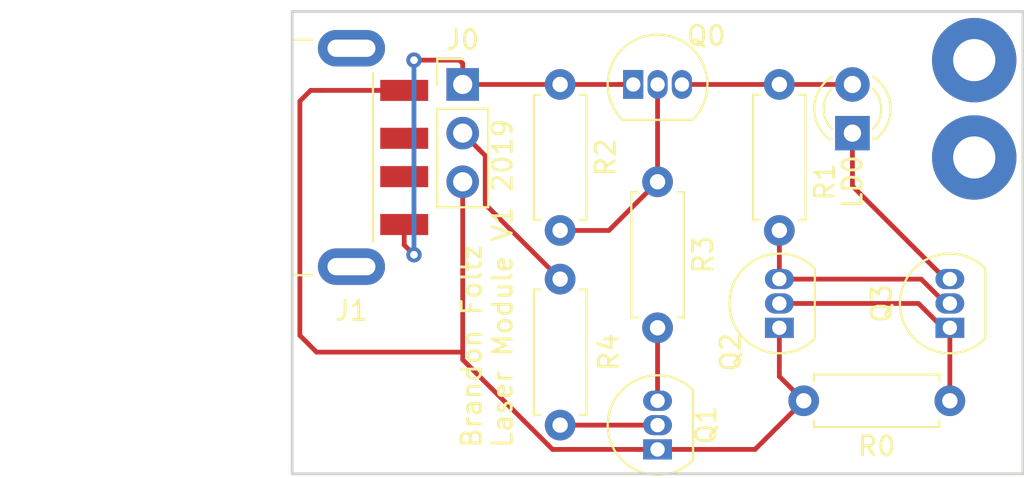
<source format=kicad_pcb>
(kicad_pcb (version 20171130) (host pcbnew 5.0.2-bee76a0~70~ubuntu16.04.1)

  (general
    (thickness 1.6)
    (drawings 5)
    (tracks 51)
    (zones 0)
    (modules 14)
    (nets 14)
  )

  (page A4)
  (layers
    (0 F.Cu signal)
    (31 B.Cu signal)
    (32 B.Adhes user)
    (33 F.Adhes user)
    (34 B.Paste user)
    (35 F.Paste user)
    (36 B.SilkS user)
    (37 F.SilkS user)
    (38 B.Mask user)
    (39 F.Mask user)
    (40 Dwgs.User user)
    (41 Cmts.User user)
    (42 Eco1.User user)
    (43 Eco2.User user)
    (44 Edge.Cuts user)
    (45 Margin user)
    (46 B.CrtYd user)
    (47 F.CrtYd user hide)
    (48 B.Fab user)
    (49 F.Fab user hide)
  )

  (setup
    (last_trace_width 0.25)
    (trace_clearance 0.2)
    (zone_clearance 0.508)
    (zone_45_only no)
    (trace_min 0.2)
    (segment_width 0.2)
    (edge_width 0.15)
    (via_size 0.8)
    (via_drill 0.4)
    (via_min_size 0.4)
    (via_min_drill 0.3)
    (uvia_size 0.3)
    (uvia_drill 0.1)
    (uvias_allowed no)
    (uvia_min_size 0.2)
    (uvia_min_drill 0.1)
    (pcb_text_width 0.3)
    (pcb_text_size 1.5 1.5)
    (mod_edge_width 0.15)
    (mod_text_size 1 1)
    (mod_text_width 0.15)
    (pad_size 4.4 4.4)
    (pad_drill 2.2)
    (pad_to_mask_clearance 0.051)
    (solder_mask_min_width 0.25)
    (aux_axis_origin 0 0)
    (visible_elements FFFFFF7F)
    (pcbplotparams
      (layerselection 0x010fc_ffffffff)
      (usegerberextensions false)
      (usegerberattributes false)
      (usegerberadvancedattributes false)
      (creategerberjobfile false)
      (excludeedgelayer true)
      (linewidth 0.100000)
      (plotframeref false)
      (viasonmask false)
      (mode 1)
      (useauxorigin false)
      (hpglpennumber 1)
      (hpglpenspeed 20)
      (hpglpendiameter 15.000000)
      (psnegative false)
      (psa4output false)
      (plotreference true)
      (plotvalue false)
      (plotinvisibletext false)
      (padsonsilk false)
      (subtractmaskfromsilk false)
      (outputformat 1)
      (mirror false)
      (drillshape 0)
      (scaleselection 1)
      (outputdirectory "../laser_module_gerber/"))
  )

  (net 0 "")
  (net 1 "Net-(J0-Pad1)")
  (net 2 "Net-(J0-Pad2)")
  (net 3 "Net-(J0-Pad3)")
  (net 4 "Net-(LD0-Pad1)")
  (net 5 "Net-(LD0-Pad2)")
  (net 6 "Net-(Q0-Pad2)")
  (net 7 "Net-(Q1-Pad2)")
  (net 8 "Net-(Q1-Pad3)")
  (net 9 "Net-(Q2-Pad3)")
  (net 10 "Net-(Q2-Pad2)")
  (net 11 "Net-(J1-Pad2)")
  (net 12 "Net-(J1-Pad3)")
  (net 13 "Net-(J1-Pad5)")

  (net_class Default "This is the default net class."
    (clearance 0.2)
    (trace_width 0.25)
    (via_dia 0.8)
    (via_drill 0.4)
    (uvia_dia 0.3)
    (uvia_drill 0.1)
    (add_net "Net-(J0-Pad1)")
    (add_net "Net-(J0-Pad2)")
    (add_net "Net-(J0-Pad3)")
    (add_net "Net-(J1-Pad2)")
    (add_net "Net-(J1-Pad3)")
    (add_net "Net-(J1-Pad5)")
    (add_net "Net-(LD0-Pad1)")
    (add_net "Net-(LD0-Pad2)")
    (add_net "Net-(Q0-Pad2)")
    (add_net "Net-(Q1-Pad2)")
    (add_net "Net-(Q1-Pad3)")
    (add_net "Net-(Q2-Pad2)")
    (add_net "Net-(Q2-Pad3)")
  )

  (module Connector_PinHeader_2.54mm:PinHeader_1x03_P2.54mm_Vertical (layer F.Cu) (tedit 59FED5CC) (tstamp 5C78724C)
    (at 132.08 66.04)
    (descr "Through hole straight pin header, 1x03, 2.54mm pitch, single row")
    (tags "Through hole pin header THT 1x03 2.54mm single row")
    (path /5C60CD37)
    (fp_text reference J0 (at 0 -2.33) (layer F.SilkS)
      (effects (font (size 1 1) (thickness 0.15)))
    )
    (fp_text value Conn_01x03_Male (at 0 7.41) (layer F.Fab)
      (effects (font (size 1 1) (thickness 0.15)))
    )
    (fp_line (start -0.635 -1.27) (end 1.27 -1.27) (layer F.Fab) (width 0.1))
    (fp_line (start 1.27 -1.27) (end 1.27 6.35) (layer F.Fab) (width 0.1))
    (fp_line (start 1.27 6.35) (end -1.27 6.35) (layer F.Fab) (width 0.1))
    (fp_line (start -1.27 6.35) (end -1.27 -0.635) (layer F.Fab) (width 0.1))
    (fp_line (start -1.27 -0.635) (end -0.635 -1.27) (layer F.Fab) (width 0.1))
    (fp_line (start -1.33 6.41) (end 1.33 6.41) (layer F.SilkS) (width 0.12))
    (fp_line (start -1.33 1.27) (end -1.33 6.41) (layer F.SilkS) (width 0.12))
    (fp_line (start 1.33 1.27) (end 1.33 6.41) (layer F.SilkS) (width 0.12))
    (fp_line (start -1.33 1.27) (end 1.33 1.27) (layer F.SilkS) (width 0.12))
    (fp_line (start -1.33 0) (end -1.33 -1.33) (layer F.SilkS) (width 0.12))
    (fp_line (start -1.33 -1.33) (end 0 -1.33) (layer F.SilkS) (width 0.12))
    (fp_line (start -1.8 -1.8) (end -1.8 6.85) (layer F.CrtYd) (width 0.05))
    (fp_line (start -1.8 6.85) (end 1.8 6.85) (layer F.CrtYd) (width 0.05))
    (fp_line (start 1.8 6.85) (end 1.8 -1.8) (layer F.CrtYd) (width 0.05))
    (fp_line (start 1.8 -1.8) (end -1.8 -1.8) (layer F.CrtYd) (width 0.05))
    (fp_text user %R (at 0 2.54 90) (layer F.Fab)
      (effects (font (size 1 1) (thickness 0.15)))
    )
    (pad 1 thru_hole rect (at 0 0) (size 1.7 1.7) (drill 1) (layers *.Cu *.Mask)
      (net 1 "Net-(J0-Pad1)"))
    (pad 2 thru_hole oval (at 0 2.54) (size 1.7 1.7) (drill 1) (layers *.Cu *.Mask)
      (net 2 "Net-(J0-Pad2)"))
    (pad 3 thru_hole oval (at 0 5.08) (size 1.7 1.7) (drill 1) (layers *.Cu *.Mask)
      (net 3 "Net-(J0-Pad3)"))
    (model ${KISYS3DMOD}/Connector_PinHeader_2.54mm.3dshapes/PinHeader_1x03_P2.54mm_Vertical.wrl
      (at (xyz 0 0 0))
      (scale (xyz 1 1 1))
      (rotate (xyz 0 0 0))
    )
  )

  (module LED_THT:LED_D3.0mm (layer F.Cu) (tedit 587A3A7B) (tstamp 5C78725F)
    (at 152.4 68.58 90)
    (descr "LED, diameter 3.0mm, 2 pins")
    (tags "LED diameter 3.0mm 2 pins")
    (path /5C60B05B)
    (fp_text reference LD0 (at -2.54 0 90) (layer F.SilkS)
      (effects (font (size 1 1) (thickness 0.15)))
    )
    (fp_text value Laserdiode_1C2A (at 1.27 2.96 90) (layer F.Fab)
      (effects (font (size 1 1) (thickness 0.15)))
    )
    (fp_arc (start 1.27 0) (end -0.23 -1.16619) (angle 284.3) (layer F.Fab) (width 0.1))
    (fp_arc (start 1.27 0) (end -0.29 -1.235516) (angle 108.8) (layer F.SilkS) (width 0.12))
    (fp_arc (start 1.27 0) (end -0.29 1.235516) (angle -108.8) (layer F.SilkS) (width 0.12))
    (fp_arc (start 1.27 0) (end 0.229039 -1.08) (angle 87.9) (layer F.SilkS) (width 0.12))
    (fp_arc (start 1.27 0) (end 0.229039 1.08) (angle -87.9) (layer F.SilkS) (width 0.12))
    (fp_circle (center 1.27 0) (end 2.77 0) (layer F.Fab) (width 0.1))
    (fp_line (start -0.23 -1.16619) (end -0.23 1.16619) (layer F.Fab) (width 0.1))
    (fp_line (start -0.29 -1.236) (end -0.29 -1.08) (layer F.SilkS) (width 0.12))
    (fp_line (start -0.29 1.08) (end -0.29 1.236) (layer F.SilkS) (width 0.12))
    (fp_line (start -1.15 -2.25) (end -1.15 2.25) (layer F.CrtYd) (width 0.05))
    (fp_line (start -1.15 2.25) (end 3.7 2.25) (layer F.CrtYd) (width 0.05))
    (fp_line (start 3.7 2.25) (end 3.7 -2.25) (layer F.CrtYd) (width 0.05))
    (fp_line (start 3.7 -2.25) (end -1.15 -2.25) (layer F.CrtYd) (width 0.05))
    (pad 1 thru_hole rect (at 0 0 90) (size 1.8 1.8) (drill 0.9) (layers *.Cu *.Mask)
      (net 4 "Net-(LD0-Pad1)"))
    (pad 2 thru_hole circle (at 2.54 0 90) (size 1.8 1.8) (drill 0.9) (layers *.Cu *.Mask)
      (net 5 "Net-(LD0-Pad2)"))
    (model ${KISYS3DMOD}/LED_THT.3dshapes/LED_D3.0mm.wrl
      (at (xyz 0 0 0))
      (scale (xyz 1 1 1))
      (rotate (xyz 0 0 0))
    )
  )

  (module Package_TO_SOT_THT:TO-92_Inline (layer F.Cu) (tedit 5A1DD157) (tstamp 5C787271)
    (at 140.97 66.04)
    (descr "TO-92 leads in-line, narrow, oval pads, drill 0.75mm (see NXP sot054_po.pdf)")
    (tags "to-92 sc-43 sc-43a sot54 PA33 transistor")
    (path /5C60A63E)
    (fp_text reference Q0 (at 3.81 -2.54) (layer F.SilkS)
      (effects (font (size 1 1) (thickness 0.15)))
    )
    (fp_text value 2N3905 (at 1.27 2.79) (layer F.Fab)
      (effects (font (size 1 1) (thickness 0.15)))
    )
    (fp_arc (start 1.27 0) (end 1.27 -2.6) (angle 135) (layer F.SilkS) (width 0.12))
    (fp_arc (start 1.27 0) (end 1.27 -2.48) (angle -135) (layer F.Fab) (width 0.1))
    (fp_arc (start 1.27 0) (end 1.27 -2.6) (angle -135) (layer F.SilkS) (width 0.12))
    (fp_arc (start 1.27 0) (end 1.27 -2.48) (angle 135) (layer F.Fab) (width 0.1))
    (fp_line (start 4 2.01) (end -1.46 2.01) (layer F.CrtYd) (width 0.05))
    (fp_line (start 4 2.01) (end 4 -2.73) (layer F.CrtYd) (width 0.05))
    (fp_line (start -1.46 -2.73) (end -1.46 2.01) (layer F.CrtYd) (width 0.05))
    (fp_line (start -1.46 -2.73) (end 4 -2.73) (layer F.CrtYd) (width 0.05))
    (fp_line (start -0.5 1.75) (end 3 1.75) (layer F.Fab) (width 0.1))
    (fp_line (start -0.53 1.85) (end 3.07 1.85) (layer F.SilkS) (width 0.12))
    (fp_text user %R (at 1.27 -3.56) (layer F.Fab)
      (effects (font (size 1 1) (thickness 0.15)))
    )
    (pad 1 thru_hole rect (at 0 0) (size 1.05 1.5) (drill 0.75) (layers *.Cu *.Mask)
      (net 1 "Net-(J0-Pad1)"))
    (pad 3 thru_hole oval (at 2.54 0) (size 1.05 1.5) (drill 0.75) (layers *.Cu *.Mask)
      (net 5 "Net-(LD0-Pad2)"))
    (pad 2 thru_hole oval (at 1.27 0) (size 1.05 1.5) (drill 0.75) (layers *.Cu *.Mask)
      (net 6 "Net-(Q0-Pad2)"))
    (model ${KISYS3DMOD}/Package_TO_SOT_THT.3dshapes/TO-92_Inline.wrl
      (at (xyz 0 0 0))
      (scale (xyz 1 1 1))
      (rotate (xyz 0 0 0))
    )
  )

  (module Package_TO_SOT_THT:TO-92_Inline (layer F.Cu) (tedit 5A1DD157) (tstamp 5C78769D)
    (at 142.24 85.09 90)
    (descr "TO-92 leads in-line, narrow, oval pads, drill 0.75mm (see NXP sot054_po.pdf)")
    (tags "to-92 sc-43 sc-43a sot54 PA33 transistor")
    (path /5C60A5CD)
    (fp_text reference Q1 (at 1.27 2.54 90) (layer F.SilkS)
      (effects (font (size 1 1) (thickness 0.15)))
    )
    (fp_text value 2N3904 (at 1.27 2.79 90) (layer F.Fab)
      (effects (font (size 1 1) (thickness 0.15)))
    )
    (fp_text user %R (at 1.27 -3.56 90) (layer F.Fab)
      (effects (font (size 1 1) (thickness 0.15)))
    )
    (fp_line (start -0.53 1.85) (end 3.07 1.85) (layer F.SilkS) (width 0.12))
    (fp_line (start -0.5 1.75) (end 3 1.75) (layer F.Fab) (width 0.1))
    (fp_line (start -1.46 -2.73) (end 4 -2.73) (layer F.CrtYd) (width 0.05))
    (fp_line (start -1.46 -2.73) (end -1.46 2.01) (layer F.CrtYd) (width 0.05))
    (fp_line (start 4 2.01) (end 4 -2.73) (layer F.CrtYd) (width 0.05))
    (fp_line (start 4 2.01) (end -1.46 2.01) (layer F.CrtYd) (width 0.05))
    (fp_arc (start 1.27 0) (end 1.27 -2.48) (angle 135) (layer F.Fab) (width 0.1))
    (fp_arc (start 1.27 0) (end 1.27 -2.6) (angle -135) (layer F.SilkS) (width 0.12))
    (fp_arc (start 1.27 0) (end 1.27 -2.48) (angle -135) (layer F.Fab) (width 0.1))
    (fp_arc (start 1.27 0) (end 1.27 -2.6) (angle 135) (layer F.SilkS) (width 0.12))
    (pad 2 thru_hole oval (at 1.27 0 90) (size 1.05 1.5) (drill 0.75) (layers *.Cu *.Mask)
      (net 7 "Net-(Q1-Pad2)"))
    (pad 3 thru_hole oval (at 2.54 0 90) (size 1.05 1.5) (drill 0.75) (layers *.Cu *.Mask)
      (net 8 "Net-(Q1-Pad3)"))
    (pad 1 thru_hole rect (at 0 0 90) (size 1.05 1.5) (drill 0.75) (layers *.Cu *.Mask)
      (net 3 "Net-(J0-Pad3)"))
    (model ${KISYS3DMOD}/Package_TO_SOT_THT.3dshapes/TO-92_Inline.wrl
      (at (xyz 0 0 0))
      (scale (xyz 1 1 1))
      (rotate (xyz 0 0 0))
    )
  )

  (module Package_TO_SOT_THT:TO-92_Inline (layer F.Cu) (tedit 5A1DD157) (tstamp 5C787295)
    (at 148.59 78.74 90)
    (descr "TO-92 leads in-line, narrow, oval pads, drill 0.75mm (see NXP sot054_po.pdf)")
    (tags "to-92 sc-43 sc-43a sot54 PA33 transistor")
    (path /5C60A040)
    (fp_text reference Q2 (at -1.27 -2.54 90) (layer F.SilkS)
      (effects (font (size 1 1) (thickness 0.15)))
    )
    (fp_text value 2N3904 (at 1.27 2.79 90) (layer F.Fab)
      (effects (font (size 1 1) (thickness 0.15)))
    )
    (fp_arc (start 1.27 0) (end 1.27 -2.6) (angle 135) (layer F.SilkS) (width 0.12))
    (fp_arc (start 1.27 0) (end 1.27 -2.48) (angle -135) (layer F.Fab) (width 0.1))
    (fp_arc (start 1.27 0) (end 1.27 -2.6) (angle -135) (layer F.SilkS) (width 0.12))
    (fp_arc (start 1.27 0) (end 1.27 -2.48) (angle 135) (layer F.Fab) (width 0.1))
    (fp_line (start 4 2.01) (end -1.46 2.01) (layer F.CrtYd) (width 0.05))
    (fp_line (start 4 2.01) (end 4 -2.73) (layer F.CrtYd) (width 0.05))
    (fp_line (start -1.46 -2.73) (end -1.46 2.01) (layer F.CrtYd) (width 0.05))
    (fp_line (start -1.46 -2.73) (end 4 -2.73) (layer F.CrtYd) (width 0.05))
    (fp_line (start -0.5 1.75) (end 3 1.75) (layer F.Fab) (width 0.1))
    (fp_line (start -0.53 1.85) (end 3.07 1.85) (layer F.SilkS) (width 0.12))
    (fp_text user %R (at 1.27 -3.56 90) (layer F.Fab)
      (effects (font (size 1 1) (thickness 0.15)))
    )
    (pad 1 thru_hole rect (at 0 0 90) (size 1.05 1.5) (drill 0.75) (layers *.Cu *.Mask)
      (net 3 "Net-(J0-Pad3)"))
    (pad 3 thru_hole oval (at 2.54 0 90) (size 1.05 1.5) (drill 0.75) (layers *.Cu *.Mask)
      (net 9 "Net-(Q2-Pad3)"))
    (pad 2 thru_hole oval (at 1.27 0 90) (size 1.05 1.5) (drill 0.75) (layers *.Cu *.Mask)
      (net 10 "Net-(Q2-Pad2)"))
    (model ${KISYS3DMOD}/Package_TO_SOT_THT.3dshapes/TO-92_Inline.wrl
      (at (xyz 0 0 0))
      (scale (xyz 1 1 1))
      (rotate (xyz 0 0 0))
    )
  )

  (module Package_TO_SOT_THT:TO-92_Inline (layer F.Cu) (tedit 5A1DD157) (tstamp 5C7872A7)
    (at 157.48 78.74 90)
    (descr "TO-92 leads in-line, narrow, oval pads, drill 0.75mm (see NXP sot054_po.pdf)")
    (tags "to-92 sc-43 sc-43a sot54 PA33 transistor")
    (path /5C609F5F)
    (fp_text reference Q3 (at 1.27 -3.56 90) (layer F.SilkS)
      (effects (font (size 1 1) (thickness 0.15)))
    )
    (fp_text value 2N3904 (at 1.27 2.79 90) (layer F.Fab)
      (effects (font (size 1 1) (thickness 0.15)))
    )
    (fp_text user %R (at 1.27 -3.56 90) (layer F.Fab)
      (effects (font (size 1 1) (thickness 0.15)))
    )
    (fp_line (start -0.53 1.85) (end 3.07 1.85) (layer F.SilkS) (width 0.12))
    (fp_line (start -0.5 1.75) (end 3 1.75) (layer F.Fab) (width 0.1))
    (fp_line (start -1.46 -2.73) (end 4 -2.73) (layer F.CrtYd) (width 0.05))
    (fp_line (start -1.46 -2.73) (end -1.46 2.01) (layer F.CrtYd) (width 0.05))
    (fp_line (start 4 2.01) (end 4 -2.73) (layer F.CrtYd) (width 0.05))
    (fp_line (start 4 2.01) (end -1.46 2.01) (layer F.CrtYd) (width 0.05))
    (fp_arc (start 1.27 0) (end 1.27 -2.48) (angle 135) (layer F.Fab) (width 0.1))
    (fp_arc (start 1.27 0) (end 1.27 -2.6) (angle -135) (layer F.SilkS) (width 0.12))
    (fp_arc (start 1.27 0) (end 1.27 -2.48) (angle -135) (layer F.Fab) (width 0.1))
    (fp_arc (start 1.27 0) (end 1.27 -2.6) (angle 135) (layer F.SilkS) (width 0.12))
    (pad 2 thru_hole oval (at 1.27 0 90) (size 1.05 1.5) (drill 0.75) (layers *.Cu *.Mask)
      (net 9 "Net-(Q2-Pad3)"))
    (pad 3 thru_hole oval (at 2.54 0 90) (size 1.05 1.5) (drill 0.75) (layers *.Cu *.Mask)
      (net 4 "Net-(LD0-Pad1)"))
    (pad 1 thru_hole rect (at 0 0 90) (size 1.05 1.5) (drill 0.75) (layers *.Cu *.Mask)
      (net 10 "Net-(Q2-Pad2)"))
    (model ${KISYS3DMOD}/Package_TO_SOT_THT.3dshapes/TO-92_Inline.wrl
      (at (xyz 0 0 0))
      (scale (xyz 1 1 1))
      (rotate (xyz 0 0 0))
    )
  )

  (module Resistor_THT:R_Axial_DIN0207_L6.3mm_D2.5mm_P7.62mm_Horizontal (layer F.Cu) (tedit 5AE5139B) (tstamp 5C7872BE)
    (at 157.48 82.55 180)
    (descr "Resistor, Axial_DIN0207 series, Axial, Horizontal, pin pitch=7.62mm, 0.25W = 1/4W, length*diameter=6.3*2.5mm^2, http://cdn-reichelt.de/documents/datenblatt/B400/1_4W%23YAG.pdf")
    (tags "Resistor Axial_DIN0207 series Axial Horizontal pin pitch 7.62mm 0.25W = 1/4W length 6.3mm diameter 2.5mm")
    (path /5C60A81E)
    (fp_text reference R0 (at 3.81 -2.37 180) (layer F.SilkS)
      (effects (font (size 1 1) (thickness 0.15)))
    )
    (fp_text value 33 (at 3.81 2.37 180) (layer F.Fab)
      (effects (font (size 1 1) (thickness 0.15)))
    )
    (fp_line (start 0.66 -1.25) (end 0.66 1.25) (layer F.Fab) (width 0.1))
    (fp_line (start 0.66 1.25) (end 6.96 1.25) (layer F.Fab) (width 0.1))
    (fp_line (start 6.96 1.25) (end 6.96 -1.25) (layer F.Fab) (width 0.1))
    (fp_line (start 6.96 -1.25) (end 0.66 -1.25) (layer F.Fab) (width 0.1))
    (fp_line (start 0 0) (end 0.66 0) (layer F.Fab) (width 0.1))
    (fp_line (start 7.62 0) (end 6.96 0) (layer F.Fab) (width 0.1))
    (fp_line (start 0.54 -1.04) (end 0.54 -1.37) (layer F.SilkS) (width 0.12))
    (fp_line (start 0.54 -1.37) (end 7.08 -1.37) (layer F.SilkS) (width 0.12))
    (fp_line (start 7.08 -1.37) (end 7.08 -1.04) (layer F.SilkS) (width 0.12))
    (fp_line (start 0.54 1.04) (end 0.54 1.37) (layer F.SilkS) (width 0.12))
    (fp_line (start 0.54 1.37) (end 7.08 1.37) (layer F.SilkS) (width 0.12))
    (fp_line (start 7.08 1.37) (end 7.08 1.04) (layer F.SilkS) (width 0.12))
    (fp_line (start -1.05 -1.5) (end -1.05 1.5) (layer F.CrtYd) (width 0.05))
    (fp_line (start -1.05 1.5) (end 8.67 1.5) (layer F.CrtYd) (width 0.05))
    (fp_line (start 8.67 1.5) (end 8.67 -1.5) (layer F.CrtYd) (width 0.05))
    (fp_line (start 8.67 -1.5) (end -1.05 -1.5) (layer F.CrtYd) (width 0.05))
    (fp_text user %R (at 3.81 0 180) (layer F.Fab)
      (effects (font (size 1 1) (thickness 0.15)))
    )
    (pad 1 thru_hole circle (at 0 0 180) (size 1.6 1.6) (drill 0.8) (layers *.Cu *.Mask)
      (net 10 "Net-(Q2-Pad2)"))
    (pad 2 thru_hole oval (at 7.62 0 180) (size 1.6 1.6) (drill 0.8) (layers *.Cu *.Mask)
      (net 3 "Net-(J0-Pad3)"))
    (model ${KISYS3DMOD}/Resistor_THT.3dshapes/R_Axial_DIN0207_L6.3mm_D2.5mm_P7.62mm_Horizontal.wrl
      (at (xyz 0 0 0))
      (scale (xyz 1 1 1))
      (rotate (xyz 0 0 0))
    )
  )

  (module Resistor_THT:R_Axial_DIN0207_L6.3mm_D2.5mm_P7.62mm_Horizontal (layer F.Cu) (tedit 5AE5139B) (tstamp 5C7872D5)
    (at 148.59 66.04 270)
    (descr "Resistor, Axial_DIN0207 series, Axial, Horizontal, pin pitch=7.62mm, 0.25W = 1/4W, length*diameter=6.3*2.5mm^2, http://cdn-reichelt.de/documents/datenblatt/B400/1_4W%23YAG.pdf")
    (tags "Resistor Axial_DIN0207 series Axial Horizontal pin pitch 7.62mm 0.25W = 1/4W length 6.3mm diameter 2.5mm")
    (path /5C60AB90)
    (fp_text reference R1 (at 5.08 -2.37 270) (layer F.SilkS)
      (effects (font (size 1 1) (thickness 0.15)))
    )
    (fp_text value 1K (at 3.81 2.37 270) (layer F.Fab)
      (effects (font (size 1 1) (thickness 0.15)))
    )
    (fp_text user %R (at 3.81 0 270) (layer F.Fab)
      (effects (font (size 1 1) (thickness 0.15)))
    )
    (fp_line (start 8.67 -1.5) (end -1.05 -1.5) (layer F.CrtYd) (width 0.05))
    (fp_line (start 8.67 1.5) (end 8.67 -1.5) (layer F.CrtYd) (width 0.05))
    (fp_line (start -1.05 1.5) (end 8.67 1.5) (layer F.CrtYd) (width 0.05))
    (fp_line (start -1.05 -1.5) (end -1.05 1.5) (layer F.CrtYd) (width 0.05))
    (fp_line (start 7.08 1.37) (end 7.08 1.04) (layer F.SilkS) (width 0.12))
    (fp_line (start 0.54 1.37) (end 7.08 1.37) (layer F.SilkS) (width 0.12))
    (fp_line (start 0.54 1.04) (end 0.54 1.37) (layer F.SilkS) (width 0.12))
    (fp_line (start 7.08 -1.37) (end 7.08 -1.04) (layer F.SilkS) (width 0.12))
    (fp_line (start 0.54 -1.37) (end 7.08 -1.37) (layer F.SilkS) (width 0.12))
    (fp_line (start 0.54 -1.04) (end 0.54 -1.37) (layer F.SilkS) (width 0.12))
    (fp_line (start 7.62 0) (end 6.96 0) (layer F.Fab) (width 0.1))
    (fp_line (start 0 0) (end 0.66 0) (layer F.Fab) (width 0.1))
    (fp_line (start 6.96 -1.25) (end 0.66 -1.25) (layer F.Fab) (width 0.1))
    (fp_line (start 6.96 1.25) (end 6.96 -1.25) (layer F.Fab) (width 0.1))
    (fp_line (start 0.66 1.25) (end 6.96 1.25) (layer F.Fab) (width 0.1))
    (fp_line (start 0.66 -1.25) (end 0.66 1.25) (layer F.Fab) (width 0.1))
    (pad 2 thru_hole oval (at 7.62 0 270) (size 1.6 1.6) (drill 0.8) (layers *.Cu *.Mask)
      (net 9 "Net-(Q2-Pad3)"))
    (pad 1 thru_hole circle (at 0 0 270) (size 1.6 1.6) (drill 0.8) (layers *.Cu *.Mask)
      (net 5 "Net-(LD0-Pad2)"))
    (model ${KISYS3DMOD}/Resistor_THT.3dshapes/R_Axial_DIN0207_L6.3mm_D2.5mm_P7.62mm_Horizontal.wrl
      (at (xyz 0 0 0))
      (scale (xyz 1 1 1))
      (rotate (xyz 0 0 0))
    )
  )

  (module Resistor_THT:R_Axial_DIN0207_L6.3mm_D2.5mm_P7.62mm_Horizontal (layer F.Cu) (tedit 5AE5139B) (tstamp 5C7872EC)
    (at 137.16 66.04 270)
    (descr "Resistor, Axial_DIN0207 series, Axial, Horizontal, pin pitch=7.62mm, 0.25W = 1/4W, length*diameter=6.3*2.5mm^2, http://cdn-reichelt.de/documents/datenblatt/B400/1_4W%23YAG.pdf")
    (tags "Resistor Axial_DIN0207 series Axial Horizontal pin pitch 7.62mm 0.25W = 1/4W length 6.3mm diameter 2.5mm")
    (path /5C60ACE4)
    (fp_text reference R2 (at 3.81 -2.37 270) (layer F.SilkS)
      (effects (font (size 1 1) (thickness 0.15)))
    )
    (fp_text value 1K (at 3.81 2.37 270) (layer F.Fab)
      (effects (font (size 1 1) (thickness 0.15)))
    )
    (fp_line (start 0.66 -1.25) (end 0.66 1.25) (layer F.Fab) (width 0.1))
    (fp_line (start 0.66 1.25) (end 6.96 1.25) (layer F.Fab) (width 0.1))
    (fp_line (start 6.96 1.25) (end 6.96 -1.25) (layer F.Fab) (width 0.1))
    (fp_line (start 6.96 -1.25) (end 0.66 -1.25) (layer F.Fab) (width 0.1))
    (fp_line (start 0 0) (end 0.66 0) (layer F.Fab) (width 0.1))
    (fp_line (start 7.62 0) (end 6.96 0) (layer F.Fab) (width 0.1))
    (fp_line (start 0.54 -1.04) (end 0.54 -1.37) (layer F.SilkS) (width 0.12))
    (fp_line (start 0.54 -1.37) (end 7.08 -1.37) (layer F.SilkS) (width 0.12))
    (fp_line (start 7.08 -1.37) (end 7.08 -1.04) (layer F.SilkS) (width 0.12))
    (fp_line (start 0.54 1.04) (end 0.54 1.37) (layer F.SilkS) (width 0.12))
    (fp_line (start 0.54 1.37) (end 7.08 1.37) (layer F.SilkS) (width 0.12))
    (fp_line (start 7.08 1.37) (end 7.08 1.04) (layer F.SilkS) (width 0.12))
    (fp_line (start -1.05 -1.5) (end -1.05 1.5) (layer F.CrtYd) (width 0.05))
    (fp_line (start -1.05 1.5) (end 8.67 1.5) (layer F.CrtYd) (width 0.05))
    (fp_line (start 8.67 1.5) (end 8.67 -1.5) (layer F.CrtYd) (width 0.05))
    (fp_line (start 8.67 -1.5) (end -1.05 -1.5) (layer F.CrtYd) (width 0.05))
    (fp_text user %R (at 3.81 0 270) (layer F.Fab)
      (effects (font (size 1 1) (thickness 0.15)))
    )
    (pad 1 thru_hole circle (at 0 0 270) (size 1.6 1.6) (drill 0.8) (layers *.Cu *.Mask)
      (net 1 "Net-(J0-Pad1)"))
    (pad 2 thru_hole oval (at 7.62 0 270) (size 1.6 1.6) (drill 0.8) (layers *.Cu *.Mask)
      (net 6 "Net-(Q0-Pad2)"))
    (model ${KISYS3DMOD}/Resistor_THT.3dshapes/R_Axial_DIN0207_L6.3mm_D2.5mm_P7.62mm_Horizontal.wrl
      (at (xyz 0 0 0))
      (scale (xyz 1 1 1))
      (rotate (xyz 0 0 0))
    )
  )

  (module Resistor_THT:R_Axial_DIN0207_L6.3mm_D2.5mm_P7.62mm_Horizontal (layer F.Cu) (tedit 5AE5139B) (tstamp 5C787303)
    (at 142.24 71.12 270)
    (descr "Resistor, Axial_DIN0207 series, Axial, Horizontal, pin pitch=7.62mm, 0.25W = 1/4W, length*diameter=6.3*2.5mm^2, http://cdn-reichelt.de/documents/datenblatt/B400/1_4W%23YAG.pdf")
    (tags "Resistor Axial_DIN0207 series Axial Horizontal pin pitch 7.62mm 0.25W = 1/4W length 6.3mm diameter 2.5mm")
    (path /5C60ADA7)
    (fp_text reference R3 (at 3.81 -2.37 270) (layer F.SilkS)
      (effects (font (size 1 1) (thickness 0.15)))
    )
    (fp_text value 1K (at 1.27 7.62 270) (layer F.Fab)
      (effects (font (size 1 1) (thickness 0.15)))
    )
    (fp_text user %R (at 3.81 0 270) (layer F.Fab)
      (effects (font (size 1 1) (thickness 0.15)))
    )
    (fp_line (start 8.67 -1.5) (end -1.05 -1.5) (layer F.CrtYd) (width 0.05))
    (fp_line (start 8.67 1.5) (end 8.67 -1.5) (layer F.CrtYd) (width 0.05))
    (fp_line (start -1.05 1.5) (end 8.67 1.5) (layer F.CrtYd) (width 0.05))
    (fp_line (start -1.05 -1.5) (end -1.05 1.5) (layer F.CrtYd) (width 0.05))
    (fp_line (start 7.08 1.37) (end 7.08 1.04) (layer F.SilkS) (width 0.12))
    (fp_line (start 0.54 1.37) (end 7.08 1.37) (layer F.SilkS) (width 0.12))
    (fp_line (start 0.54 1.04) (end 0.54 1.37) (layer F.SilkS) (width 0.12))
    (fp_line (start 7.08 -1.37) (end 7.08 -1.04) (layer F.SilkS) (width 0.12))
    (fp_line (start 0.54 -1.37) (end 7.08 -1.37) (layer F.SilkS) (width 0.12))
    (fp_line (start 0.54 -1.04) (end 0.54 -1.37) (layer F.SilkS) (width 0.12))
    (fp_line (start 7.62 0) (end 6.96 0) (layer F.Fab) (width 0.1))
    (fp_line (start 0 0) (end 0.66 0) (layer F.Fab) (width 0.1))
    (fp_line (start 6.96 -1.25) (end 0.66 -1.25) (layer F.Fab) (width 0.1))
    (fp_line (start 6.96 1.25) (end 6.96 -1.25) (layer F.Fab) (width 0.1))
    (fp_line (start 0.66 1.25) (end 6.96 1.25) (layer F.Fab) (width 0.1))
    (fp_line (start 0.66 -1.25) (end 0.66 1.25) (layer F.Fab) (width 0.1))
    (pad 2 thru_hole oval (at 7.62 0 270) (size 1.6 1.6) (drill 0.8) (layers *.Cu *.Mask)
      (net 8 "Net-(Q1-Pad3)"))
    (pad 1 thru_hole circle (at 0 0 270) (size 1.6 1.6) (drill 0.8) (layers *.Cu *.Mask)
      (net 6 "Net-(Q0-Pad2)"))
    (model ${KISYS3DMOD}/Resistor_THT.3dshapes/R_Axial_DIN0207_L6.3mm_D2.5mm_P7.62mm_Horizontal.wrl
      (at (xyz 0 0 0))
      (scale (xyz 1 1 1))
      (rotate (xyz 0 0 0))
    )
  )

  (module Resistor_THT:R_Axial_DIN0207_L6.3mm_D2.5mm_P7.62mm_Horizontal (layer F.Cu) (tedit 5AE5139B) (tstamp 5C78731A)
    (at 137.16 83.82 90)
    (descr "Resistor, Axial_DIN0207 series, Axial, Horizontal, pin pitch=7.62mm, 0.25W = 1/4W, length*diameter=6.3*2.5mm^2, http://cdn-reichelt.de/documents/datenblatt/B400/1_4W%23YAG.pdf")
    (tags "Resistor Axial_DIN0207 series Axial Horizontal pin pitch 7.62mm 0.25W = 1/4W length 6.3mm diameter 2.5mm")
    (path /5C60B84D)
    (fp_text reference R4 (at 3.81 2.54 90) (layer F.SilkS)
      (effects (font (size 1 1) (thickness 0.15)))
    )
    (fp_text value 1K (at 6.35 7.62 90) (layer F.Fab)
      (effects (font (size 1 1) (thickness 0.15)))
    )
    (fp_line (start 0.66 -1.25) (end 0.66 1.25) (layer F.Fab) (width 0.1))
    (fp_line (start 0.66 1.25) (end 6.96 1.25) (layer F.Fab) (width 0.1))
    (fp_line (start 6.96 1.25) (end 6.96 -1.25) (layer F.Fab) (width 0.1))
    (fp_line (start 6.96 -1.25) (end 0.66 -1.25) (layer F.Fab) (width 0.1))
    (fp_line (start 0 0) (end 0.66 0) (layer F.Fab) (width 0.1))
    (fp_line (start 7.62 0) (end 6.96 0) (layer F.Fab) (width 0.1))
    (fp_line (start 0.54 -1.04) (end 0.54 -1.37) (layer F.SilkS) (width 0.12))
    (fp_line (start 0.54 -1.37) (end 7.08 -1.37) (layer F.SilkS) (width 0.12))
    (fp_line (start 7.08 -1.37) (end 7.08 -1.04) (layer F.SilkS) (width 0.12))
    (fp_line (start 0.54 1.04) (end 0.54 1.37) (layer F.SilkS) (width 0.12))
    (fp_line (start 0.54 1.37) (end 7.08 1.37) (layer F.SilkS) (width 0.12))
    (fp_line (start 7.08 1.37) (end 7.08 1.04) (layer F.SilkS) (width 0.12))
    (fp_line (start -1.05 -1.5) (end -1.05 1.5) (layer F.CrtYd) (width 0.05))
    (fp_line (start -1.05 1.5) (end 8.67 1.5) (layer F.CrtYd) (width 0.05))
    (fp_line (start 8.67 1.5) (end 8.67 -1.5) (layer F.CrtYd) (width 0.05))
    (fp_line (start 8.67 -1.5) (end -1.05 -1.5) (layer F.CrtYd) (width 0.05))
    (fp_text user %R (at 3.81 0 90) (layer F.Fab)
      (effects (font (size 1 1) (thickness 0.15)))
    )
    (pad 1 thru_hole circle (at 0 0 90) (size 1.6 1.6) (drill 0.8) (layers *.Cu *.Mask)
      (net 7 "Net-(Q1-Pad2)"))
    (pad 2 thru_hole oval (at 7.62 0 90) (size 1.6 1.6) (drill 0.8) (layers *.Cu *.Mask)
      (net 2 "Net-(J0-Pad2)"))
    (model ${KISYS3DMOD}/Resistor_THT.3dshapes/R_Axial_DIN0207_L6.3mm_D2.5mm_P7.62mm_Horizontal.wrl
      (at (xyz 0 0 0))
      (scale (xyz 1 1 1))
      (rotate (xyz 0 0 0))
    )
  )

  (module MountingHole:MountingHole_2.2mm_M2_Pad (layer F.Cu) (tedit 5C60A0E4) (tstamp 5C83B40A)
    (at 158.75 64.77)
    (descr "Mounting Hole 2.2mm, M2")
    (tags "mounting hole 2.2mm m2")
    (attr virtual)
    (fp_text reference REF** (at 5.08 2.54) (layer F.SilkS) hide
      (effects (font (size 1 1) (thickness 0.15)))
    )
    (fp_text value MountingHole_2.2mm_M2_Pad (at 0 3.2) (layer F.Fab)
      (effects (font (size 1 1) (thickness 0.15)))
    )
    (fp_circle (center 0 0) (end 2.45 0) (layer F.CrtYd) (width 0.05))
    (fp_circle (center 0 0) (end 2.2 0) (layer Cmts.User) (width 0.15))
    (fp_text user %R (at 0.3 0) (layer F.Fab)
      (effects (font (size 1 1) (thickness 0.15)))
    )
    (pad "" thru_hole circle (at 0 0) (size 4.4 4.4) (drill 2.2) (layers *.Cu *.Mask))
  )

  (module MountingHole:MountingHole_2.2mm_M2_Pad (layer F.Cu) (tedit 5C60A0E0) (tstamp 5C83B46F)
    (at 158.75 69.85)
    (descr "Mounting Hole 2.2mm, M2")
    (tags "mounting hole 2.2mm m2")
    (attr virtual)
    (fp_text reference REF** (at 10.16 0) (layer F.SilkS) hide
      (effects (font (size 1 1) (thickness 0.15)))
    )
    (fp_text value MountingHole_2.2mm_M2_Pad (at 0 3.2) (layer F.Fab)
      (effects (font (size 1 1) (thickness 0.15)))
    )
    (fp_circle (center 0 0) (end 2.45 0) (layer F.CrtYd) (width 0.05))
    (fp_circle (center 0 0) (end 2.2 0) (layer Cmts.User) (width 0.15))
    (fp_text user %R (at 0.3 0) (layer F.Fab)
      (effects (font (size 1 1) (thickness 0.15)))
    )
    (pad "" thru_hole circle (at 0 0) (size 4.4 4.4) (drill 2.2) (layers *.Cu *.Mask))
  )

  (module Connector_USB:USB_A_CNCTech_1001-011-01101_Horizontal (layer F.Cu) (tedit 5AFEF547) (tstamp 5C83BE7D)
    (at 119.38 69.85 180)
    (descr http://cnctech.us/pdfs/1001-011-01101.pdf)
    (tags USB-A)
    (path /5C60E176)
    (fp_text reference J1 (at -6.9 -8 180) (layer F.SilkS)
      (effects (font (size 1 1) (thickness 0.15)))
    )
    (fp_text value USB_A (at 0 8) (layer F.Fab)
      (effects (font (size 1 1) (thickness 0.15)))
    )
    (fp_line (start -7.9 6.025) (end -7.9 -6.025) (layer F.Fab) (width 0.1))
    (fp_line (start -7.9 -6.025) (end 10.9 -6.025) (layer F.Fab) (width 0.1))
    (fp_line (start -7.9 6.025) (end 10.9 6.025) (layer F.Fab) (width 0.1))
    (fp_line (start 10.9 6.025) (end 10.9 -6.025) (layer F.Fab) (width 0.1))
    (fp_line (start -10.4 3.75) (end -10.4 3.25) (layer F.Fab) (width 0.1))
    (fp_line (start -10.4 3.25) (end -7.9 3.25) (layer F.Fab) (width 0.1))
    (fp_line (start -10.4 3.75) (end -7.9 3.75) (layer F.Fab) (width 0.1))
    (fp_line (start -10.4 0.75) (end -7.9 0.75) (layer F.Fab) (width 0.1))
    (fp_line (start -10.4 1.25) (end -10.4 0.75) (layer F.Fab) (width 0.1))
    (fp_line (start -10.4 1.25) (end -7.9 1.25) (layer F.Fab) (width 0.1))
    (fp_line (start -10.4 -0.75) (end -10.4 -1.25) (layer F.Fab) (width 0.1))
    (fp_line (start -10.4 -0.75) (end -7.9 -0.75) (layer F.Fab) (width 0.1))
    (fp_line (start -10.4 -1.25) (end -7.9 -1.25) (layer F.Fab) (width 0.1))
    (fp_line (start -10.4 -3.75) (end -7.9 -3.75) (layer F.Fab) (width 0.1))
    (fp_line (start -10.4 -3.25) (end -10.4 -3.75) (layer F.Fab) (width 0.1))
    (fp_line (start -10.4 -3.25) (end -7.9 -3.25) (layer F.Fab) (width 0.1))
    (fp_circle (center -6.9 -2.3) (end -6.9 -2.8) (layer F.Fab) (width 0.1))
    (fp_circle (center -6.9 2.3) (end -6.9 2.8) (layer F.Fab) (width 0.1))
    (fp_line (start -8.02 -4.4) (end -8.02 4.4) (layer F.SilkS) (width 0.12))
    (fp_line (start -3.8 6.025) (end -3.8 -6.025) (layer Dwgs.User) (width 0.1))
    (fp_text user "PCB Edge" (at -4.55 -0.05 270) (layer Dwgs.User)
      (effects (font (size 0.6 0.6) (thickness 0.09)))
    )
    (fp_line (start -4.85 -6.145) (end -3.8 -6.145) (layer F.SilkS) (width 0.12))
    (fp_line (start -4.85 6.145) (end -3.8 6.145) (layer F.SilkS) (width 0.12))
    (fp_line (start -11.4 4.55) (end -11.4 -4.55) (layer F.CrtYd) (width 0.05))
    (fp_line (start -11.4 -4.55) (end -9.15 -4.55) (layer F.CrtYd) (width 0.05))
    (fp_line (start -9.15 -7.15) (end -9.15 -4.55) (layer F.CrtYd) (width 0.05))
    (fp_line (start -9.15 -7.15) (end -4.65 -7.15) (layer F.CrtYd) (width 0.05))
    (fp_line (start -4.65 -6.52) (end -4.65 -7.15) (layer F.CrtYd) (width 0.05))
    (fp_line (start -4.65 -6.52) (end 11.4 -6.52) (layer F.CrtYd) (width 0.05))
    (fp_line (start 11.4 6.52) (end 11.4 -6.52) (layer F.CrtYd) (width 0.05))
    (fp_text user %R (at -6 0 270) (layer F.Fab)
      (effects (font (size 1 1) (thickness 0.15)))
    )
    (fp_line (start -4.65 6.52) (end 11.4 6.52) (layer F.CrtYd) (width 0.05))
    (fp_line (start -4.65 7.15) (end -4.65 6.52) (layer F.CrtYd) (width 0.05))
    (fp_line (start -9.15 7.15) (end -4.65 7.15) (layer F.CrtYd) (width 0.05))
    (fp_line (start -9.15 4.55) (end -9.15 7.15) (layer F.CrtYd) (width 0.05))
    (fp_line (start -11.4 4.55) (end -9.15 4.55) (layer F.CrtYd) (width 0.05))
    (pad 2 smd rect (at -9.65 -1 180) (size 2.5 1.1) (layers F.Cu F.Paste F.Mask)
      (net 11 "Net-(J1-Pad2)"))
    (pad 3 smd rect (at -9.65 1 180) (size 2.5 1.1) (layers F.Cu F.Paste F.Mask)
      (net 12 "Net-(J1-Pad3)"))
    (pad 1 smd rect (at -9.65 -3.5 180) (size 2.5 1.1) (layers F.Cu F.Paste F.Mask)
      (net 1 "Net-(J0-Pad1)"))
    (pad 4 smd rect (at -9.65 3.5 180) (size 2.5 1.1) (layers F.Cu F.Paste F.Mask)
      (net 3 "Net-(J0-Pad3)"))
    (pad 5 thru_hole oval (at -6.9 -5.7 180) (size 3.5 1.9) (drill oval 2.5 0.9) (layers *.Cu *.Mask)
      (net 13 "Net-(J1-Pad5)"))
    (pad 5 thru_hole oval (at -6.9 5.7 180) (size 3.5 1.9) (drill oval 2.5 0.9) (layers *.Cu *.Mask)
      (net 13 "Net-(J1-Pad5)"))
    (pad "" np_thru_hole circle (at -6.9 -2.3 180) (size 1.1 1.1) (drill 1.1) (layers *.Cu *.Mask))
    (pad "" np_thru_hole circle (at -6.9 2.3 180) (size 1.1 1.1) (drill 1.1) (layers *.Cu *.Mask))
    (model ${KISYS3DMOD}/Connector_USB.3dshapes/USB_A_CNCTech_1001-011-01101_Horizontal.wrl
      (at (xyz 0 0 0))
      (scale (xyz 1 1 1))
      (rotate (xyz 0 0 0))
    )
  )

  (gr_text "Brandon Foltz\nLaser Module V1 2019" (at 133.35 85.09 90) (layer F.SilkS)
    (effects (font (size 1 1) (thickness 0.15)) (justify left))
  )
  (gr_line (start 123.19 86.36) (end 161.29 86.36) (layer Edge.Cuts) (width 0.15))
  (gr_line (start 123.19 62.23) (end 123.19 86.36) (layer Edge.Cuts) (width 0.15))
  (gr_line (start 161.29 62.23) (end 123.19 62.23) (layer Edge.Cuts) (width 0.15))
  (gr_line (start 161.29 86.36) (end 161.29 62.23) (layer Edge.Cuts) (width 0.15))

  (via (at 129.54 74.93) (size 0.8) (drill 0.4) (layers F.Cu B.Cu) (net 1))
  (segment (start 129.03 74.42) (end 129.54 74.93) (width 0.25) (layer F.Cu) (net 1))
  (segment (start 129.03 73.35) (end 129.03 74.42) (width 0.25) (layer F.Cu) (net 1))
  (segment (start 129.54 74.93) (end 129.54 64.77) (width 0.25) (layer B.Cu) (net 1))
  (segment (start 129.54 64.77) (end 129.54 64.77) (width 0.25) (layer B.Cu) (net 1) (tstamp 5C83B8B7))
  (via (at 129.54 64.77) (size 0.8) (drill 0.4) (layers F.Cu B.Cu) (net 1))
  (segment (start 140.195 66.04) (end 140.97 66.04) (width 0.25) (layer F.Cu) (net 1))
  (segment (start 140.97 66.04) (end 137.16 66.04) (width 0.25) (layer F.Cu) (net 1))
  (segment (start 132.08 66.04) (end 137.16 66.04) (width 0.25) (layer F.Cu) (net 1))
  (segment (start 132.08 64.94) (end 132.08 66.04) (width 0.25) (layer F.Cu) (net 1))
  (segment (start 131.91 64.77) (end 132.08 64.94) (width 0.25) (layer F.Cu) (net 1))
  (segment (start 129.54 64.77) (end 131.91 64.77) (width 0.25) (layer F.Cu) (net 1))
  (segment (start 132.929999 69.429999) (end 132.08 68.58) (width 0.25) (layer F.Cu) (net 2))
  (segment (start 133.255001 69.755001) (end 132.929999 69.429999) (width 0.25) (layer F.Cu) (net 2))
  (segment (start 133.255001 72.295001) (end 133.255001 69.755001) (width 0.25) (layer F.Cu) (net 2))
  (segment (start 137.16 76.2) (end 133.255001 72.295001) (width 0.25) (layer F.Cu) (net 2))
  (segment (start 142.015 85.09) (end 142.24 85.09) (width 0.25) (layer F.Cu) (net 3))
  (segment (start 136.764998 85.09) (end 141.24 85.09) (width 0.25) (layer F.Cu) (net 3))
  (segment (start 132.08 80.405002) (end 136.764998 85.09) (width 0.25) (layer F.Cu) (net 3))
  (segment (start 141.24 85.09) (end 142.24 85.09) (width 0.25) (layer F.Cu) (net 3))
  (segment (start 147.32 85.09) (end 149.86 82.55) (width 0.25) (layer F.Cu) (net 3))
  (segment (start 142.24 85.09) (end 147.32 85.09) (width 0.25) (layer F.Cu) (net 3))
  (segment (start 148.59 81.28) (end 149.86 82.55) (width 0.25) (layer F.Cu) (net 3))
  (segment (start 148.59 78.74) (end 148.59 81.28) (width 0.25) (layer F.Cu) (net 3))
  (segment (start 124.46 80.01) (end 132.08 80.01) (width 0.25) (layer F.Cu) (net 3))
  (segment (start 132.08 80.01) (end 132.08 80.405002) (width 0.25) (layer F.Cu) (net 3))
  (segment (start 132.08 71.12) (end 132.08 80.01) (width 0.25) (layer F.Cu) (net 3))
  (segment (start 124.77 66.35) (end 129.03 66.35) (width 0.25) (layer F.Cu) (net 3))
  (segment (start 124.15 66.35) (end 123.59001 66.90999) (width 0.25) (layer F.Cu) (net 3))
  (segment (start 124.77 66.35) (end 124.15 66.35) (width 0.25) (layer F.Cu) (net 3))
  (segment (start 123.59001 66.90999) (end 123.59001 79.14001) (width 0.25) (layer F.Cu) (net 3))
  (segment (start 123.59001 79.14001) (end 124.46 80.01) (width 0.25) (layer F.Cu) (net 3))
  (segment (start 157.255 76.2) (end 157.48 76.2) (width 0.25) (layer F.Cu) (net 4))
  (segment (start 152.4 71.345) (end 157.255 76.2) (width 0.25) (layer F.Cu) (net 4))
  (segment (start 152.4 68.58) (end 152.4 71.345) (width 0.25) (layer F.Cu) (net 4))
  (segment (start 143.51 66.04) (end 148.59 66.04) (width 0.25) (layer F.Cu) (net 5))
  (segment (start 148.59 66.04) (end 152.4 66.04) (width 0.25) (layer F.Cu) (net 5))
  (segment (start 139.7 73.66) (end 142.24 71.12) (width 0.25) (layer F.Cu) (net 6))
  (segment (start 137.16 73.66) (end 139.7 73.66) (width 0.25) (layer F.Cu) (net 6))
  (segment (start 142.24 66.04) (end 142.24 71.12) (width 0.25) (layer F.Cu) (net 6))
  (segment (start 137.16 83.82) (end 142.24 83.82) (width 0.25) (layer F.Cu) (net 7))
  (segment (start 142.24 82.55) (end 142.24 78.74) (width 0.25) (layer F.Cu) (net 8))
  (segment (start 149.59 76.2) (end 148.59 76.2) (width 0.25) (layer F.Cu) (net 9))
  (segment (start 155.985 76.2) (end 149.59 76.2) (width 0.25) (layer F.Cu) (net 9))
  (segment (start 157.255 77.47) (end 155.985 76.2) (width 0.25) (layer F.Cu) (net 9))
  (segment (start 157.48 77.47) (end 157.255 77.47) (width 0.25) (layer F.Cu) (net 9))
  (segment (start 148.59 73.66) (end 148.59 76.2) (width 0.25) (layer F.Cu) (net 9))
  (segment (start 157.48 82.55) (end 157.48 78.74) (width 0.25) (layer F.Cu) (net 10))
  (segment (start 157.11359 78.74) (end 157.48 78.74) (width 0.25) (layer F.Cu) (net 10))
  (segment (start 155.84359 77.47) (end 157.11359 78.74) (width 0.25) (layer F.Cu) (net 10))
  (segment (start 148.59 77.47) (end 155.84359 77.47) (width 0.25) (layer F.Cu) (net 10))

)

</source>
